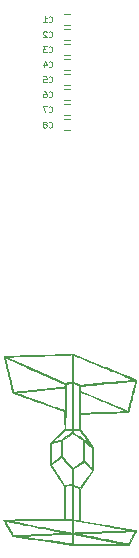
<source format=gbr>
G04 #@! TF.FileFunction,Legend,Bot*
%FSLAX46Y46*%
G04 Gerber Fmt 4.6, Leading zero omitted, Abs format (unit mm)*
G04 Created by KiCad (PCBNEW 4.0.7) date 03/16/20 13:41:23*
%MOMM*%
%LPD*%
G01*
G04 APERTURE LIST*
%ADD10C,0.100000*%
%ADD11C,0.120000*%
%ADD12C,0.010000*%
%ADD13C,0.125000*%
G04 APERTURE END LIST*
D10*
D11*
X124075000Y-67653000D02*
X123575000Y-67653000D01*
X123575000Y-66713000D02*
X124075000Y-66713000D01*
X124075000Y-68923000D02*
X123575000Y-68923000D01*
X123575000Y-67983000D02*
X124075000Y-67983000D01*
X124075000Y-70193000D02*
X123575000Y-70193000D01*
X123575000Y-69253000D02*
X124075000Y-69253000D01*
X124075000Y-71463000D02*
X123575000Y-71463000D01*
X123575000Y-70523000D02*
X124075000Y-70523000D01*
X124075000Y-72733000D02*
X123575000Y-72733000D01*
X123575000Y-71793000D02*
X124075000Y-71793000D01*
X124075000Y-74003000D02*
X123575000Y-74003000D01*
X123575000Y-73063000D02*
X124075000Y-73063000D01*
X124075000Y-75273000D02*
X123575000Y-75273000D01*
X123575000Y-74333000D02*
X124075000Y-74333000D01*
X124075000Y-76543000D02*
X123575000Y-76543000D01*
X123575000Y-75603000D02*
X124075000Y-75603000D01*
D12*
G36*
X118426938Y-109547927D02*
X118460870Y-109610437D01*
X118512869Y-109703850D01*
X118579209Y-109821653D01*
X118656165Y-109957335D01*
X118740011Y-110104384D01*
X118827021Y-110256290D01*
X118913470Y-110406540D01*
X118995630Y-110548623D01*
X119069778Y-110676028D01*
X119132186Y-110782242D01*
X119179129Y-110860755D01*
X119196326Y-110888687D01*
X119224621Y-110897387D01*
X119301652Y-110912526D01*
X119425796Y-110933859D01*
X119595428Y-110961141D01*
X119808927Y-110994127D01*
X120064669Y-111032572D01*
X120361032Y-111076229D01*
X120696392Y-111124855D01*
X121069127Y-111178203D01*
X121477613Y-111236029D01*
X121717047Y-111269668D01*
X124218700Y-111620262D01*
X129019300Y-111632636D01*
X129336800Y-111059263D01*
X129423011Y-110902869D01*
X129500908Y-110760213D01*
X129567116Y-110637584D01*
X129618260Y-110541271D01*
X129650967Y-110477563D01*
X129661798Y-110453551D01*
X129645784Y-110434009D01*
X129586812Y-110413106D01*
X129576570Y-110410844D01*
X129576570Y-110481867D01*
X129537330Y-110543083D01*
X129513258Y-110583689D01*
X129469195Y-110660938D01*
X129409579Y-110766933D01*
X129338850Y-110893776D01*
X129261444Y-111033571D01*
X129250341Y-111053703D01*
X129173449Y-111191688D01*
X129103285Y-111314804D01*
X129044031Y-111415933D01*
X128999871Y-111487956D01*
X128974989Y-111523755D01*
X128972845Y-111525829D01*
X128942632Y-111525041D01*
X128864492Y-111514278D01*
X128740239Y-111493876D01*
X128571690Y-111464172D01*
X128360659Y-111425502D01*
X128108961Y-111378203D01*
X127818412Y-111322612D01*
X127490826Y-111259065D01*
X127128019Y-111187898D01*
X126796800Y-111122362D01*
X126473492Y-111058155D01*
X126164093Y-110996694D01*
X125872281Y-110938711D01*
X125601735Y-110884938D01*
X125356135Y-110836106D01*
X125139159Y-110792947D01*
X124954487Y-110756194D01*
X124805798Y-110726578D01*
X124696772Y-110704830D01*
X124631087Y-110691683D01*
X124612400Y-110687889D01*
X124631491Y-110685766D01*
X124697840Y-110681975D01*
X124807933Y-110676659D01*
X124958260Y-110669962D01*
X125145310Y-110662028D01*
X125365572Y-110653001D01*
X125615533Y-110643026D01*
X125891683Y-110632244D01*
X126190510Y-110620801D01*
X126508504Y-110608841D01*
X126842153Y-110596507D01*
X126847600Y-110596307D01*
X127188746Y-110583727D01*
X127519472Y-110571374D01*
X127835689Y-110559412D01*
X128133312Y-110548002D01*
X128408253Y-110537306D01*
X128656425Y-110527484D01*
X128873743Y-110518698D01*
X129056119Y-110511111D01*
X129199467Y-110504883D01*
X129299700Y-110500176D01*
X129348735Y-110497438D01*
X129576570Y-110481867D01*
X129576570Y-110410844D01*
X129481826Y-110389917D01*
X129407798Y-110376608D01*
X129342551Y-110365499D01*
X129231487Y-110346614D01*
X129078872Y-110320677D01*
X128888972Y-110288413D01*
X128666054Y-110250547D01*
X128414383Y-110207803D01*
X128138226Y-110160905D01*
X127841850Y-110110579D01*
X127529520Y-110057549D01*
X127205503Y-110002540D01*
X127025400Y-109971965D01*
X124904500Y-109611926D01*
X124891360Y-106886144D01*
X125463080Y-106111314D01*
X126034800Y-105336483D01*
X126034800Y-103402534D01*
X125463300Y-102641399D01*
X124891800Y-101880265D01*
X124891800Y-100564266D01*
X125215650Y-100548056D01*
X125297131Y-100544312D01*
X125424161Y-100538918D01*
X125591524Y-100532079D01*
X125794004Y-100523999D01*
X126026383Y-100514881D01*
X126283445Y-100504931D01*
X126559973Y-100494351D01*
X126850751Y-100483347D01*
X127150561Y-100472122D01*
X127265765Y-100467841D01*
X127556904Y-100456961D01*
X127832794Y-100446486D01*
X128089294Y-100436584D01*
X128322263Y-100427422D01*
X128527562Y-100419167D01*
X128701049Y-100411989D01*
X128838584Y-100406054D01*
X128936027Y-100401529D01*
X128989237Y-100398584D01*
X128998198Y-100397667D01*
X129005246Y-100372679D01*
X129023032Y-100303811D01*
X129050207Y-100196524D01*
X129085422Y-100056281D01*
X129127328Y-99888543D01*
X129174575Y-99698770D01*
X129225814Y-99492425D01*
X129279695Y-99274969D01*
X129334870Y-99051862D01*
X129389989Y-98828568D01*
X129443702Y-98610546D01*
X129494660Y-98403258D01*
X129541514Y-98212167D01*
X129582915Y-98042732D01*
X129617513Y-97900415D01*
X129643959Y-97790678D01*
X129660904Y-97718983D01*
X129666998Y-97690790D01*
X129667000Y-97690715D01*
X129643979Y-97679239D01*
X129576871Y-97649750D01*
X129538301Y-97633262D01*
X129538301Y-97748725D01*
X129564981Y-97764635D01*
X129565859Y-97770649D01*
X129559979Y-97800898D01*
X129542928Y-97875637D01*
X129515866Y-97990079D01*
X129479952Y-98139434D01*
X129436346Y-98318912D01*
X129386208Y-98523724D01*
X129330698Y-98749080D01*
X129270975Y-98990193D01*
X129255204Y-99053650D01*
X129194468Y-99296832D01*
X129137132Y-99524417D01*
X129084399Y-99731768D01*
X129037472Y-99914249D01*
X128997554Y-100067224D01*
X128965846Y-100186057D01*
X128943553Y-100266111D01*
X128931876Y-100302751D01*
X128930686Y-100304600D01*
X128905857Y-100294822D01*
X128837748Y-100266456D01*
X128729758Y-100220949D01*
X128585288Y-100159747D01*
X128407738Y-100084300D01*
X128200509Y-99996055D01*
X127967002Y-99896459D01*
X127710617Y-99786961D01*
X127434754Y-99669008D01*
X127142814Y-99544048D01*
X126910891Y-99444687D01*
X124910812Y-98587480D01*
X124910812Y-98679000D01*
X124936556Y-98688770D01*
X125005485Y-98717091D01*
X125114101Y-98762481D01*
X125258906Y-98823456D01*
X125436402Y-98898534D01*
X125643092Y-98986230D01*
X125875478Y-99085063D01*
X126130063Y-99193549D01*
X126403347Y-99310205D01*
X126691835Y-99433547D01*
X126842757Y-99498150D01*
X128755689Y-100317300D01*
X128633494Y-100335395D01*
X128586320Y-100339523D01*
X128493240Y-100345075D01*
X128359122Y-100351845D01*
X128188834Y-100359623D01*
X127987244Y-100368203D01*
X127759221Y-100377377D01*
X127509631Y-100386937D01*
X127243344Y-100396675D01*
X126987300Y-100405630D01*
X126703814Y-100415430D01*
X126427721Y-100425167D01*
X126164572Y-100434632D01*
X125919920Y-100443618D01*
X125699316Y-100451916D01*
X125508314Y-100459317D01*
X125352465Y-100465614D01*
X125237322Y-100470598D01*
X125177550Y-100473538D01*
X124891800Y-100489305D01*
X124891800Y-99584152D01*
X124892313Y-99375422D01*
X124893774Y-99183677D01*
X124896063Y-99014613D01*
X124899059Y-98873928D01*
X124902645Y-98767317D01*
X124906699Y-98700477D01*
X124910812Y-98679000D01*
X124910812Y-98587480D01*
X124904500Y-98584774D01*
X124897112Y-98392299D01*
X124889724Y-98199823D01*
X124998712Y-98184878D01*
X125040290Y-98180239D01*
X125128503Y-98171223D01*
X125259411Y-98158210D01*
X125429073Y-98141582D01*
X125633546Y-98121719D01*
X125868891Y-98099002D01*
X126131167Y-98073813D01*
X126416431Y-98046531D01*
X126720743Y-98017538D01*
X127040162Y-97987215D01*
X127241300Y-97968175D01*
X127567624Y-97937259D01*
X127880970Y-97907462D01*
X128177426Y-97879163D01*
X128453086Y-97852738D01*
X128704041Y-97828566D01*
X128926382Y-97807026D01*
X129116200Y-97788495D01*
X129269588Y-97773353D01*
X129382637Y-97761976D01*
X129451438Y-97754743D01*
X129470150Y-97752507D01*
X129538301Y-97748725D01*
X129538301Y-97633262D01*
X129468607Y-97603468D01*
X129322120Y-97541614D01*
X129140340Y-97465406D01*
X128926199Y-97376065D01*
X128682628Y-97274810D01*
X128412560Y-97162861D01*
X128118926Y-97041438D01*
X127804657Y-96911760D01*
X127472686Y-96775047D01*
X127125943Y-96632519D01*
X126957065Y-96563197D01*
X124313950Y-95478698D01*
X124313950Y-95562157D01*
X124345416Y-95575008D01*
X124419467Y-95605342D01*
X124531693Y-95651350D01*
X124677686Y-95711222D01*
X124853036Y-95783149D01*
X125053333Y-95865322D01*
X125274169Y-95955931D01*
X125511134Y-96053166D01*
X125759819Y-96155219D01*
X126015814Y-96260281D01*
X126274711Y-96366541D01*
X126532099Y-96472190D01*
X126783570Y-96575420D01*
X127024715Y-96674421D01*
X127251123Y-96767383D01*
X127355385Y-96810197D01*
X127557948Y-96892938D01*
X127746820Y-96969238D01*
X127916613Y-97036983D01*
X128061935Y-97094060D01*
X128177396Y-97138353D01*
X128257606Y-97167750D01*
X128297174Y-97180137D01*
X128299418Y-97180400D01*
X128340831Y-97191453D01*
X128350433Y-97202019D01*
X128375395Y-97217293D01*
X128440892Y-97248499D01*
X128540286Y-97292722D01*
X128666935Y-97347048D01*
X128814202Y-97408561D01*
X128914518Y-97449669D01*
X129067544Y-97512960D01*
X129200510Y-97569968D01*
X129307623Y-97618039D01*
X129383092Y-97654521D01*
X129421126Y-97676760D01*
X129422518Y-97682413D01*
X129390653Y-97685783D01*
X129311914Y-97693625D01*
X129189998Y-97705582D01*
X129028600Y-97721297D01*
X128831417Y-97740412D01*
X128602145Y-97762571D01*
X128344480Y-97787416D01*
X128062118Y-97814590D01*
X127758755Y-97843735D01*
X127438087Y-97874494D01*
X127131381Y-97903872D01*
X124887862Y-98118617D01*
X124585031Y-97966813D01*
X124295361Y-97821606D01*
X124295361Y-97917000D01*
X124322011Y-97927726D01*
X124384258Y-97956822D01*
X124472401Y-97999658D01*
X124562061Y-98044231D01*
X124815600Y-98171463D01*
X124815600Y-101879400D01*
X124282200Y-101879400D01*
X124282200Y-101955600D01*
X124854390Y-101955600D01*
X125304895Y-102556988D01*
X125418616Y-102709065D01*
X125521796Y-102847560D01*
X125610676Y-102967386D01*
X125681496Y-103063456D01*
X125730497Y-103130682D01*
X125753920Y-103163977D01*
X125755400Y-103166621D01*
X125736954Y-103154683D01*
X125686435Y-103116196D01*
X125611072Y-103056800D01*
X125518090Y-102982136D01*
X125495050Y-102963459D01*
X125392621Y-102883254D01*
X125260100Y-102783862D01*
X125260100Y-102872031D01*
X125958600Y-103434857D01*
X125958600Y-105219277D01*
X125246680Y-104507357D01*
X125260100Y-102872031D01*
X125260100Y-102783862D01*
X125259092Y-102783105D01*
X125224067Y-102757552D01*
X125224067Y-104612644D01*
X125578633Y-104966531D01*
X125687302Y-105075639D01*
X125782466Y-105172425D01*
X125858680Y-105251248D01*
X125910497Y-105306466D01*
X125932470Y-105332436D01*
X125932855Y-105333459D01*
X125918205Y-105356189D01*
X125876695Y-105415020D01*
X125811736Y-105505257D01*
X125726739Y-105622206D01*
X125625115Y-105761170D01*
X125510275Y-105917456D01*
X125397434Y-106070400D01*
X125272734Y-106237812D01*
X125156680Y-106391142D01*
X125052873Y-106525820D01*
X124964911Y-106637281D01*
X124896395Y-106720957D01*
X124850925Y-106772281D01*
X124832629Y-106787025D01*
X124798602Y-106774055D01*
X124729080Y-106744451D01*
X124634711Y-106702830D01*
X124542550Y-106661284D01*
X124282200Y-106542817D01*
X124282200Y-105261389D01*
X124517150Y-105098932D01*
X124646738Y-105009460D01*
X124793961Y-104908017D01*
X124934535Y-104811327D01*
X124988083Y-104774560D01*
X125224067Y-104612644D01*
X125224067Y-102757552D01*
X125105677Y-102671177D01*
X124943589Y-102555635D01*
X124784043Y-102444643D01*
X124758450Y-102427135D01*
X124604054Y-102321309D01*
X124486898Y-102239389D01*
X124401925Y-102177146D01*
X124344078Y-102130352D01*
X124308299Y-102094776D01*
X124289530Y-102066192D01*
X124282715Y-102040369D01*
X124282200Y-102028909D01*
X124282200Y-101955600D01*
X124282200Y-101879400D01*
X124282200Y-99898200D01*
X124282364Y-99585921D01*
X124282840Y-99288781D01*
X124283603Y-99010632D01*
X124284626Y-98755322D01*
X124285885Y-98526703D01*
X124287353Y-98328624D01*
X124289005Y-98164937D01*
X124290816Y-98039491D01*
X124292759Y-97956137D01*
X124294810Y-97918726D01*
X124295361Y-97917000D01*
X124295361Y-97821606D01*
X124282200Y-97815008D01*
X124282200Y-96682186D01*
X124282471Y-96402983D01*
X124283354Y-96170952D01*
X124284952Y-95982465D01*
X124287367Y-95833898D01*
X124290702Y-95721622D01*
X124295060Y-95642013D01*
X124300544Y-95591444D01*
X124307256Y-95566288D01*
X124313950Y-95562157D01*
X124313950Y-95478698D01*
X124247130Y-95451280D01*
X124239419Y-95451555D01*
X124239419Y-102175184D01*
X124262868Y-102187816D01*
X124321954Y-102225233D01*
X124410506Y-102283365D01*
X124522352Y-102358143D01*
X124651322Y-102445494D01*
X124711195Y-102486378D01*
X125171200Y-102801257D01*
X125171023Y-103680178D01*
X125170846Y-104559100D01*
X124751723Y-104845723D01*
X124621774Y-104934108D01*
X124504838Y-105012732D01*
X124407849Y-105077006D01*
X124337741Y-105122341D01*
X124301449Y-105144148D01*
X124299293Y-105145128D01*
X124281780Y-105135305D01*
X124281780Y-106628342D01*
X124364540Y-106664207D01*
X124428517Y-106692297D01*
X124520150Y-106732966D01*
X124620779Y-106777931D01*
X124631450Y-106782718D01*
X124815600Y-106865363D01*
X124815600Y-109599729D01*
X124745750Y-109586400D01*
X124686277Y-109575719D01*
X124595564Y-109560167D01*
X124492518Y-109542980D01*
X124485400Y-109541811D01*
X124294900Y-109510551D01*
X124294900Y-109585530D01*
X126777400Y-110006015D01*
X127197892Y-110077376D01*
X127570364Y-110140900D01*
X127896927Y-110196975D01*
X128179690Y-110245990D01*
X128420765Y-110288333D01*
X128622262Y-110324391D01*
X128786290Y-110354553D01*
X128914961Y-110379207D01*
X129010383Y-110398741D01*
X129074668Y-110413543D01*
X129109926Y-110424001D01*
X129118267Y-110430503D01*
X129101801Y-110433439D01*
X129101500Y-110433452D01*
X129053070Y-110435424D01*
X128957758Y-110439160D01*
X128819447Y-110444512D01*
X128642020Y-110451332D01*
X128429360Y-110459472D01*
X128185349Y-110468784D01*
X127913869Y-110479120D01*
X127618804Y-110490331D01*
X127304036Y-110502269D01*
X126973448Y-110514786D01*
X126630922Y-110527734D01*
X126620540Y-110528126D01*
X126281758Y-110540828D01*
X125957650Y-110552798D01*
X125651787Y-110563915D01*
X125367737Y-110574056D01*
X125109070Y-110583101D01*
X124879355Y-110590928D01*
X124682162Y-110597416D01*
X124521060Y-110602443D01*
X124399620Y-110605888D01*
X124321409Y-110607629D01*
X124294900Y-110607559D01*
X124294900Y-110704691D01*
X126416724Y-111124395D01*
X128538549Y-111544100D01*
X126418987Y-111550595D01*
X126095490Y-111551478D01*
X125786816Y-111552110D01*
X125496708Y-111552494D01*
X125228911Y-111552637D01*
X124987169Y-111552543D01*
X124775225Y-111552217D01*
X124596826Y-111551663D01*
X124455713Y-111550886D01*
X124355633Y-111549892D01*
X124300329Y-111548685D01*
X124290182Y-111547848D01*
X124287495Y-111520647D01*
X124285960Y-111451298D01*
X124285623Y-111348440D01*
X124286529Y-111220714D01*
X124287919Y-111121648D01*
X124294900Y-110704691D01*
X124294900Y-110607559D01*
X124289998Y-110607545D01*
X124289553Y-110607419D01*
X124287313Y-110580636D01*
X124285977Y-110510841D01*
X124285570Y-110405817D01*
X124286114Y-110273344D01*
X124287632Y-110121205D01*
X124288012Y-110092261D01*
X124294900Y-109585530D01*
X124294900Y-109510551D01*
X124288340Y-108069447D01*
X124281780Y-106628342D01*
X124281780Y-105135305D01*
X124272854Y-105130297D01*
X124216771Y-105079796D01*
X124134138Y-104996800D01*
X124028048Y-104884483D01*
X123901596Y-104746021D01*
X123804192Y-104637015D01*
X123342400Y-104116121D01*
X123342400Y-102801769D01*
X123785024Y-102490319D01*
X123916402Y-102398082D01*
X124033384Y-102316346D01*
X124129738Y-102249431D01*
X124199234Y-102201659D01*
X124235644Y-102177350D01*
X124239419Y-102175184D01*
X124239419Y-95451555D01*
X124206000Y-95452749D01*
X124206000Y-95522520D01*
X124206000Y-97830334D01*
X124206000Y-97914698D01*
X124206000Y-101854000D01*
X123903316Y-101854000D01*
X123903316Y-101930200D01*
X124206000Y-101930200D01*
X124206000Y-102016465D01*
X124204277Y-102045932D01*
X124195677Y-102073284D01*
X124175048Y-102103118D01*
X124137240Y-102140035D01*
X124077104Y-102188634D01*
X123989488Y-102253514D01*
X123869243Y-102339274D01*
X123752213Y-102421705D01*
X123313360Y-102730181D01*
X123313360Y-104194978D01*
X124202810Y-105194100D01*
X124206000Y-106520070D01*
X124206000Y-106603800D01*
X124206000Y-109499400D01*
X124206000Y-109575600D01*
X124206000Y-110617000D01*
X124171323Y-110616412D01*
X124171323Y-110708400D01*
X124185879Y-110709162D01*
X124192704Y-110737520D01*
X124198537Y-110807809D01*
X124202952Y-110911165D01*
X124205521Y-111038723D01*
X124206000Y-111126799D01*
X124206000Y-111532000D01*
X124110750Y-111517442D01*
X124071599Y-111511812D01*
X123985968Y-111499752D01*
X123857699Y-111481796D01*
X123690632Y-111458479D01*
X123488607Y-111430334D01*
X123255466Y-111397897D01*
X122995048Y-111361701D01*
X122711195Y-111322282D01*
X122407747Y-111280173D01*
X122088546Y-111235909D01*
X121843800Y-111201991D01*
X121520452Y-111157019D01*
X121213661Y-111114018D01*
X120926857Y-111073486D01*
X120663473Y-111035924D01*
X120426940Y-111001834D01*
X120220688Y-110971714D01*
X120048150Y-110946067D01*
X119912755Y-110925392D01*
X119817937Y-110910190D01*
X119767126Y-110900961D01*
X119761000Y-110898190D01*
X119799477Y-110896599D01*
X119884812Y-110892844D01*
X120013116Y-110887103D01*
X120180501Y-110879550D01*
X120383077Y-110870365D01*
X120616957Y-110859722D01*
X120878253Y-110847800D01*
X121163074Y-110834775D01*
X121467534Y-110820824D01*
X121787743Y-110806124D01*
X122007829Y-110796005D01*
X122334423Y-110781133D01*
X122646463Y-110767223D01*
X122940219Y-110754423D01*
X123211962Y-110742882D01*
X123457963Y-110732749D01*
X123674493Y-110724172D01*
X123857823Y-110717300D01*
X124004225Y-110712281D01*
X124109968Y-110709265D01*
X124171323Y-110708400D01*
X124171323Y-110616412D01*
X124148850Y-110616030D01*
X124116594Y-110611119D01*
X124037814Y-110597077D01*
X123915837Y-110574542D01*
X123753989Y-110544149D01*
X123555598Y-110506536D01*
X123323992Y-110462339D01*
X123062499Y-110412194D01*
X122774444Y-110356738D01*
X122463156Y-110296608D01*
X122131963Y-110232440D01*
X121784191Y-110164870D01*
X121437400Y-110097312D01*
X118783100Y-109579563D01*
X121494550Y-109577581D01*
X124206000Y-109575600D01*
X124206000Y-109499400D01*
X123647200Y-109499400D01*
X123647200Y-106636729D01*
X123856750Y-106620416D01*
X123964330Y-106612676D01*
X124060360Y-106606880D01*
X124127216Y-106604067D01*
X124136150Y-106603952D01*
X124206000Y-106603800D01*
X124206000Y-106520070D01*
X123996450Y-106536383D01*
X123882986Y-106544205D01*
X123775366Y-106549914D01*
X123694328Y-106552436D01*
X123685300Y-106552472D01*
X123583700Y-106552250D01*
X123012200Y-105741327D01*
X122885699Y-105560913D01*
X122768913Y-105392581D01*
X122665007Y-105241029D01*
X122577148Y-105110956D01*
X122508502Y-105007060D01*
X122462237Y-104934038D01*
X122441519Y-104896588D01*
X122440700Y-104893442D01*
X122460139Y-104867818D01*
X122514512Y-104816982D01*
X122597903Y-104745922D01*
X122704396Y-104659623D01*
X122828073Y-104563072D01*
X122877030Y-104525728D01*
X123313360Y-104194978D01*
X123313360Y-102730181D01*
X123298426Y-102740679D01*
X123234450Y-102756770D01*
X123234450Y-102845212D01*
X123244648Y-102856235D01*
X123252572Y-102892824D01*
X123258450Y-102959595D01*
X123262510Y-103061166D01*
X123264979Y-103202155D01*
X123266086Y-103387180D01*
X123266200Y-103488977D01*
X123266200Y-104133355D01*
X122840750Y-104456653D01*
X122415300Y-104779952D01*
X122408607Y-103922685D01*
X122407341Y-103719154D01*
X122406798Y-103532233D01*
X122406948Y-103367878D01*
X122407760Y-103232044D01*
X122409202Y-103130687D01*
X122411244Y-103069762D01*
X122413124Y-103054208D01*
X122440483Y-103044340D01*
X122507088Y-103025166D01*
X122602796Y-102999267D01*
X122717466Y-102969222D01*
X122840953Y-102937615D01*
X122963114Y-102907025D01*
X123073808Y-102880033D01*
X123162890Y-102859221D01*
X123220219Y-102847170D01*
X123234450Y-102845212D01*
X123234450Y-102756770D01*
X122897616Y-102841492D01*
X122747808Y-102878488D01*
X122641870Y-102902766D01*
X122574708Y-102915133D01*
X122541226Y-102916396D01*
X122536328Y-102907362D01*
X122544952Y-102897371D01*
X122576496Y-102868687D01*
X122640327Y-102811241D01*
X122730816Y-102730078D01*
X122842331Y-102630243D01*
X122969244Y-102516781D01*
X123088400Y-102410377D01*
X123221658Y-102291019D01*
X123341997Y-102182422D01*
X123444319Y-102089252D01*
X123523530Y-102016173D01*
X123574534Y-101967849D01*
X123592166Y-101949258D01*
X123619354Y-101941855D01*
X123687117Y-101935794D01*
X123785234Y-101931700D01*
X123903316Y-101930200D01*
X123903316Y-101854000D01*
X123672278Y-101854000D01*
X123678789Y-99944266D01*
X123685300Y-98034533D01*
X123856331Y-97991372D01*
X123958793Y-97966370D01*
X124055092Y-97944297D01*
X124116681Y-97931454D01*
X124206000Y-97914698D01*
X124206000Y-97830334D01*
X123915381Y-97901214D01*
X123624762Y-97972095D01*
X121143949Y-96854780D01*
X118663135Y-95737465D01*
X118850117Y-95722673D01*
X118903158Y-95719623D01*
X119002974Y-95715053D01*
X119145572Y-95709111D01*
X119326953Y-95701946D01*
X119543123Y-95693706D01*
X119790085Y-95684541D01*
X120063843Y-95674597D01*
X120360401Y-95664025D01*
X120675763Y-95652971D01*
X121005933Y-95641586D01*
X121310400Y-95631247D01*
X121653910Y-95619604D01*
X121988674Y-95608138D01*
X122310415Y-95597001D01*
X122614857Y-95586347D01*
X122897722Y-95576328D01*
X123154733Y-95567100D01*
X123381615Y-95558814D01*
X123574090Y-95551625D01*
X123727882Y-95545685D01*
X123838713Y-95541148D01*
X123894850Y-95538566D01*
X124206000Y-95522520D01*
X124206000Y-95452749D01*
X121351261Y-95554710D01*
X120972174Y-95568334D01*
X120607397Y-95581607D01*
X120260126Y-95594405D01*
X119933559Y-95606602D01*
X119630891Y-95618074D01*
X119355321Y-95628696D01*
X119110043Y-95638342D01*
X118898256Y-95646889D01*
X118723156Y-95654211D01*
X118587939Y-95660183D01*
X118546549Y-95662203D01*
X118546549Y-95772508D01*
X118570303Y-95781944D01*
X118637238Y-95810920D01*
X118744248Y-95858048D01*
X118888228Y-95921937D01*
X119066072Y-96001198D01*
X119274672Y-96094442D01*
X119510923Y-96200278D01*
X119771719Y-96317318D01*
X120053953Y-96444172D01*
X120354520Y-96579451D01*
X120670313Y-96721764D01*
X120878600Y-96815725D01*
X121207332Y-96964077D01*
X121526122Y-97107942D01*
X121831517Y-97245759D01*
X122120064Y-97375972D01*
X122388310Y-97497023D01*
X122632804Y-97607352D01*
X122850092Y-97705403D01*
X123036722Y-97789618D01*
X123189241Y-97858438D01*
X123304196Y-97910305D01*
X123378136Y-97943661D01*
X123399550Y-97953318D01*
X123596400Y-98042070D01*
X123596400Y-98143078D01*
X123596400Y-98320287D01*
X123596400Y-100272912D01*
X123005850Y-100059866D01*
X122872015Y-100011596D01*
X122696864Y-99948445D01*
X122486874Y-99872745D01*
X122248520Y-99786832D01*
X121988280Y-99693039D01*
X121712630Y-99593702D01*
X121428049Y-99491154D01*
X121141012Y-99387729D01*
X120920396Y-99308244D01*
X120658637Y-99213716D01*
X120412134Y-99124264D01*
X120184860Y-99041359D01*
X119980785Y-98966468D01*
X119803879Y-98901062D01*
X119658114Y-98846611D01*
X119547462Y-98804584D01*
X119475892Y-98776449D01*
X119447377Y-98763678D01*
X119447196Y-98763094D01*
X119475318Y-98759487D01*
X119550069Y-98751067D01*
X119667547Y-98738248D01*
X119823851Y-98721443D01*
X120015079Y-98701068D01*
X120237329Y-98677535D01*
X120486700Y-98651260D01*
X120759291Y-98622655D01*
X121051199Y-98592136D01*
X121358523Y-98560116D01*
X121424700Y-98553235D01*
X121737366Y-98520691D01*
X122037356Y-98489377D01*
X122320536Y-98459730D01*
X122582774Y-98432187D01*
X122819938Y-98407185D01*
X123027894Y-98385160D01*
X123202512Y-98366549D01*
X123339657Y-98351790D01*
X123435198Y-98341318D01*
X123485003Y-98335570D01*
X123488450Y-98335119D01*
X123596400Y-98320287D01*
X123596400Y-98143078D01*
X123593675Y-98206612D01*
X123576134Y-98238216D01*
X123529719Y-98253014D01*
X123488450Y-98259237D01*
X123409751Y-98269299D01*
X123290201Y-98283249D01*
X123134308Y-98300635D01*
X122946579Y-98321004D01*
X122731524Y-98343903D01*
X122493650Y-98368880D01*
X122237465Y-98395482D01*
X121967478Y-98423257D01*
X121688198Y-98451752D01*
X121404131Y-98480513D01*
X121119787Y-98509090D01*
X120839674Y-98537028D01*
X120568300Y-98563876D01*
X120310173Y-98589180D01*
X120069802Y-98612489D01*
X119851695Y-98633349D01*
X119660359Y-98651308D01*
X119500304Y-98665913D01*
X119376038Y-98676712D01*
X119292068Y-98683252D01*
X119252903Y-98685081D01*
X119250597Y-98684711D01*
X119241936Y-98657599D01*
X119222915Y-98586652D01*
X119194807Y-98477134D01*
X119158886Y-98334309D01*
X119116422Y-98163440D01*
X119068690Y-97969791D01*
X119016960Y-97758626D01*
X118962507Y-97535209D01*
X118906602Y-97304802D01*
X118850519Y-97072671D01*
X118795529Y-96844078D01*
X118742905Y-96624288D01*
X118693920Y-96418564D01*
X118649846Y-96232169D01*
X118611956Y-96070368D01*
X118581522Y-95938425D01*
X118559817Y-95841602D01*
X118548113Y-95785164D01*
X118546549Y-95772508D01*
X118546549Y-95662203D01*
X118495803Y-95664680D01*
X118449943Y-95667577D01*
X118445265Y-95668267D01*
X118448914Y-95694339D01*
X118463582Y-95764586D01*
X118488028Y-95873888D01*
X118521007Y-96017124D01*
X118561275Y-96189172D01*
X118607591Y-96384911D01*
X118658709Y-96599219D01*
X118713386Y-96826976D01*
X118770380Y-97063059D01*
X118828446Y-97302348D01*
X118886342Y-97539721D01*
X118942823Y-97770057D01*
X118996646Y-97988234D01*
X119046567Y-98189132D01*
X119091344Y-98367628D01*
X119129733Y-98518602D01*
X119160490Y-98636933D01*
X119182372Y-98717498D01*
X119194135Y-98755176D01*
X119195272Y-98757231D01*
X119221531Y-98768350D01*
X119292213Y-98795399D01*
X119403929Y-98837141D01*
X119553291Y-98892338D01*
X119736910Y-98959751D01*
X119951399Y-99038143D01*
X120193368Y-99126274D01*
X120459430Y-99222908D01*
X120746196Y-99326805D01*
X121050279Y-99436729D01*
X121368289Y-99551440D01*
X121399300Y-99562613D01*
X123583700Y-100349567D01*
X123588293Y-101108133D01*
X123592887Y-101866700D01*
X122330061Y-102984300D01*
X122328230Y-103942324D01*
X122326400Y-104900348D01*
X122913556Y-105733024D01*
X123043016Y-105916380D01*
X123164329Y-106087744D01*
X123274159Y-106242437D01*
X123369169Y-106375778D01*
X123446022Y-106483087D01*
X123501380Y-106559684D01*
X123531907Y-106600888D01*
X123535856Y-106605800D01*
X123543580Y-106622036D01*
X123550131Y-106654177D01*
X123555599Y-106705919D01*
X123560071Y-106780955D01*
X123563637Y-106882980D01*
X123566385Y-107015690D01*
X123568403Y-107182779D01*
X123569780Y-107387942D01*
X123570605Y-107634873D01*
X123570965Y-107927268D01*
X123570999Y-108072650D01*
X123571000Y-109499400D01*
X120992900Y-109499400D01*
X120581100Y-109499627D01*
X120198204Y-109500296D01*
X119846405Y-109501387D01*
X119527898Y-109502880D01*
X119244877Y-109504755D01*
X118999535Y-109506992D01*
X118794067Y-109509571D01*
X118630666Y-109512472D01*
X118574075Y-109513993D01*
X118574075Y-109636457D01*
X118600244Y-109639429D01*
X118672980Y-109651505D01*
X118788990Y-109672067D01*
X118944982Y-109700497D01*
X119137662Y-109736176D01*
X119363738Y-109778485D01*
X119619915Y-109826807D01*
X119902902Y-109880522D01*
X120209404Y-109939011D01*
X120536129Y-110001658D01*
X120879783Y-110067842D01*
X121181822Y-110126240D01*
X121536511Y-110195034D01*
X121876504Y-110261162D01*
X122198564Y-110323984D01*
X122499449Y-110382859D01*
X122775922Y-110437148D01*
X123024742Y-110486210D01*
X123242670Y-110529406D01*
X123426467Y-110566095D01*
X123572893Y-110595637D01*
X123678709Y-110617392D01*
X123740675Y-110630720D01*
X123756420Y-110634956D01*
X123728425Y-110637029D01*
X123653577Y-110641161D01*
X123535773Y-110647167D01*
X123378912Y-110654863D01*
X123186890Y-110664064D01*
X122963605Y-110674584D01*
X122712955Y-110686241D01*
X122438837Y-110698847D01*
X122145149Y-110712221D01*
X121835788Y-110726175D01*
X121754900Y-110729802D01*
X121434473Y-110744208D01*
X121123049Y-110758309D01*
X120825211Y-110771893D01*
X120545542Y-110784745D01*
X120288626Y-110796653D01*
X120059047Y-110807403D01*
X119861388Y-110816781D01*
X119700233Y-110824573D01*
X119580164Y-110830567D01*
X119505767Y-110834548D01*
X119500650Y-110834849D01*
X119373444Y-110840274D01*
X119282847Y-110839500D01*
X119234353Y-110832690D01*
X119227600Y-110826787D01*
X119215361Y-110799076D01*
X119180884Y-110733541D01*
X119127526Y-110636241D01*
X119058646Y-110513233D01*
X118977603Y-110370573D01*
X118894423Y-110225855D01*
X118805798Y-110071207D01*
X118727012Y-109931261D01*
X118661268Y-109811907D01*
X118611769Y-109719039D01*
X118581716Y-109658549D01*
X118574075Y-109636457D01*
X118574075Y-109513993D01*
X118511527Y-109515675D01*
X118438844Y-109519161D01*
X118414800Y-109522831D01*
X118426938Y-109547927D01*
X118426938Y-109547927D01*
G37*
X118426938Y-109547927D02*
X118460870Y-109610437D01*
X118512869Y-109703850D01*
X118579209Y-109821653D01*
X118656165Y-109957335D01*
X118740011Y-110104384D01*
X118827021Y-110256290D01*
X118913470Y-110406540D01*
X118995630Y-110548623D01*
X119069778Y-110676028D01*
X119132186Y-110782242D01*
X119179129Y-110860755D01*
X119196326Y-110888687D01*
X119224621Y-110897387D01*
X119301652Y-110912526D01*
X119425796Y-110933859D01*
X119595428Y-110961141D01*
X119808927Y-110994127D01*
X120064669Y-111032572D01*
X120361032Y-111076229D01*
X120696392Y-111124855D01*
X121069127Y-111178203D01*
X121477613Y-111236029D01*
X121717047Y-111269668D01*
X124218700Y-111620262D01*
X129019300Y-111632636D01*
X129336800Y-111059263D01*
X129423011Y-110902869D01*
X129500908Y-110760213D01*
X129567116Y-110637584D01*
X129618260Y-110541271D01*
X129650967Y-110477563D01*
X129661798Y-110453551D01*
X129645784Y-110434009D01*
X129586812Y-110413106D01*
X129576570Y-110410844D01*
X129576570Y-110481867D01*
X129537330Y-110543083D01*
X129513258Y-110583689D01*
X129469195Y-110660938D01*
X129409579Y-110766933D01*
X129338850Y-110893776D01*
X129261444Y-111033571D01*
X129250341Y-111053703D01*
X129173449Y-111191688D01*
X129103285Y-111314804D01*
X129044031Y-111415933D01*
X128999871Y-111487956D01*
X128974989Y-111523755D01*
X128972845Y-111525829D01*
X128942632Y-111525041D01*
X128864492Y-111514278D01*
X128740239Y-111493876D01*
X128571690Y-111464172D01*
X128360659Y-111425502D01*
X128108961Y-111378203D01*
X127818412Y-111322612D01*
X127490826Y-111259065D01*
X127128019Y-111187898D01*
X126796800Y-111122362D01*
X126473492Y-111058155D01*
X126164093Y-110996694D01*
X125872281Y-110938711D01*
X125601735Y-110884938D01*
X125356135Y-110836106D01*
X125139159Y-110792947D01*
X124954487Y-110756194D01*
X124805798Y-110726578D01*
X124696772Y-110704830D01*
X124631087Y-110691683D01*
X124612400Y-110687889D01*
X124631491Y-110685766D01*
X124697840Y-110681975D01*
X124807933Y-110676659D01*
X124958260Y-110669962D01*
X125145310Y-110662028D01*
X125365572Y-110653001D01*
X125615533Y-110643026D01*
X125891683Y-110632244D01*
X126190510Y-110620801D01*
X126508504Y-110608841D01*
X126842153Y-110596507D01*
X126847600Y-110596307D01*
X127188746Y-110583727D01*
X127519472Y-110571374D01*
X127835689Y-110559412D01*
X128133312Y-110548002D01*
X128408253Y-110537306D01*
X128656425Y-110527484D01*
X128873743Y-110518698D01*
X129056119Y-110511111D01*
X129199467Y-110504883D01*
X129299700Y-110500176D01*
X129348735Y-110497438D01*
X129576570Y-110481867D01*
X129576570Y-110410844D01*
X129481826Y-110389917D01*
X129407798Y-110376608D01*
X129342551Y-110365499D01*
X129231487Y-110346614D01*
X129078872Y-110320677D01*
X128888972Y-110288413D01*
X128666054Y-110250547D01*
X128414383Y-110207803D01*
X128138226Y-110160905D01*
X127841850Y-110110579D01*
X127529520Y-110057549D01*
X127205503Y-110002540D01*
X127025400Y-109971965D01*
X124904500Y-109611926D01*
X124891360Y-106886144D01*
X125463080Y-106111314D01*
X126034800Y-105336483D01*
X126034800Y-103402534D01*
X125463300Y-102641399D01*
X124891800Y-101880265D01*
X124891800Y-100564266D01*
X125215650Y-100548056D01*
X125297131Y-100544312D01*
X125424161Y-100538918D01*
X125591524Y-100532079D01*
X125794004Y-100523999D01*
X126026383Y-100514881D01*
X126283445Y-100504931D01*
X126559973Y-100494351D01*
X126850751Y-100483347D01*
X127150561Y-100472122D01*
X127265765Y-100467841D01*
X127556904Y-100456961D01*
X127832794Y-100446486D01*
X128089294Y-100436584D01*
X128322263Y-100427422D01*
X128527562Y-100419167D01*
X128701049Y-100411989D01*
X128838584Y-100406054D01*
X128936027Y-100401529D01*
X128989237Y-100398584D01*
X128998198Y-100397667D01*
X129005246Y-100372679D01*
X129023032Y-100303811D01*
X129050207Y-100196524D01*
X129085422Y-100056281D01*
X129127328Y-99888543D01*
X129174575Y-99698770D01*
X129225814Y-99492425D01*
X129279695Y-99274969D01*
X129334870Y-99051862D01*
X129389989Y-98828568D01*
X129443702Y-98610546D01*
X129494660Y-98403258D01*
X129541514Y-98212167D01*
X129582915Y-98042732D01*
X129617513Y-97900415D01*
X129643959Y-97790678D01*
X129660904Y-97718983D01*
X129666998Y-97690790D01*
X129667000Y-97690715D01*
X129643979Y-97679239D01*
X129576871Y-97649750D01*
X129538301Y-97633262D01*
X129538301Y-97748725D01*
X129564981Y-97764635D01*
X129565859Y-97770649D01*
X129559979Y-97800898D01*
X129542928Y-97875637D01*
X129515866Y-97990079D01*
X129479952Y-98139434D01*
X129436346Y-98318912D01*
X129386208Y-98523724D01*
X129330698Y-98749080D01*
X129270975Y-98990193D01*
X129255204Y-99053650D01*
X129194468Y-99296832D01*
X129137132Y-99524417D01*
X129084399Y-99731768D01*
X129037472Y-99914249D01*
X128997554Y-100067224D01*
X128965846Y-100186057D01*
X128943553Y-100266111D01*
X128931876Y-100302751D01*
X128930686Y-100304600D01*
X128905857Y-100294822D01*
X128837748Y-100266456D01*
X128729758Y-100220949D01*
X128585288Y-100159747D01*
X128407738Y-100084300D01*
X128200509Y-99996055D01*
X127967002Y-99896459D01*
X127710617Y-99786961D01*
X127434754Y-99669008D01*
X127142814Y-99544048D01*
X126910891Y-99444687D01*
X124910812Y-98587480D01*
X124910812Y-98679000D01*
X124936556Y-98688770D01*
X125005485Y-98717091D01*
X125114101Y-98762481D01*
X125258906Y-98823456D01*
X125436402Y-98898534D01*
X125643092Y-98986230D01*
X125875478Y-99085063D01*
X126130063Y-99193549D01*
X126403347Y-99310205D01*
X126691835Y-99433547D01*
X126842757Y-99498150D01*
X128755689Y-100317300D01*
X128633494Y-100335395D01*
X128586320Y-100339523D01*
X128493240Y-100345075D01*
X128359122Y-100351845D01*
X128188834Y-100359623D01*
X127987244Y-100368203D01*
X127759221Y-100377377D01*
X127509631Y-100386937D01*
X127243344Y-100396675D01*
X126987300Y-100405630D01*
X126703814Y-100415430D01*
X126427721Y-100425167D01*
X126164572Y-100434632D01*
X125919920Y-100443618D01*
X125699316Y-100451916D01*
X125508314Y-100459317D01*
X125352465Y-100465614D01*
X125237322Y-100470598D01*
X125177550Y-100473538D01*
X124891800Y-100489305D01*
X124891800Y-99584152D01*
X124892313Y-99375422D01*
X124893774Y-99183677D01*
X124896063Y-99014613D01*
X124899059Y-98873928D01*
X124902645Y-98767317D01*
X124906699Y-98700477D01*
X124910812Y-98679000D01*
X124910812Y-98587480D01*
X124904500Y-98584774D01*
X124897112Y-98392299D01*
X124889724Y-98199823D01*
X124998712Y-98184878D01*
X125040290Y-98180239D01*
X125128503Y-98171223D01*
X125259411Y-98158210D01*
X125429073Y-98141582D01*
X125633546Y-98121719D01*
X125868891Y-98099002D01*
X126131167Y-98073813D01*
X126416431Y-98046531D01*
X126720743Y-98017538D01*
X127040162Y-97987215D01*
X127241300Y-97968175D01*
X127567624Y-97937259D01*
X127880970Y-97907462D01*
X128177426Y-97879163D01*
X128453086Y-97852738D01*
X128704041Y-97828566D01*
X128926382Y-97807026D01*
X129116200Y-97788495D01*
X129269588Y-97773353D01*
X129382637Y-97761976D01*
X129451438Y-97754743D01*
X129470150Y-97752507D01*
X129538301Y-97748725D01*
X129538301Y-97633262D01*
X129468607Y-97603468D01*
X129322120Y-97541614D01*
X129140340Y-97465406D01*
X128926199Y-97376065D01*
X128682628Y-97274810D01*
X128412560Y-97162861D01*
X128118926Y-97041438D01*
X127804657Y-96911760D01*
X127472686Y-96775047D01*
X127125943Y-96632519D01*
X126957065Y-96563197D01*
X124313950Y-95478698D01*
X124313950Y-95562157D01*
X124345416Y-95575008D01*
X124419467Y-95605342D01*
X124531693Y-95651350D01*
X124677686Y-95711222D01*
X124853036Y-95783149D01*
X125053333Y-95865322D01*
X125274169Y-95955931D01*
X125511134Y-96053166D01*
X125759819Y-96155219D01*
X126015814Y-96260281D01*
X126274711Y-96366541D01*
X126532099Y-96472190D01*
X126783570Y-96575420D01*
X127024715Y-96674421D01*
X127251123Y-96767383D01*
X127355385Y-96810197D01*
X127557948Y-96892938D01*
X127746820Y-96969238D01*
X127916613Y-97036983D01*
X128061935Y-97094060D01*
X128177396Y-97138353D01*
X128257606Y-97167750D01*
X128297174Y-97180137D01*
X128299418Y-97180400D01*
X128340831Y-97191453D01*
X128350433Y-97202019D01*
X128375395Y-97217293D01*
X128440892Y-97248499D01*
X128540286Y-97292722D01*
X128666935Y-97347048D01*
X128814202Y-97408561D01*
X128914518Y-97449669D01*
X129067544Y-97512960D01*
X129200510Y-97569968D01*
X129307623Y-97618039D01*
X129383092Y-97654521D01*
X129421126Y-97676760D01*
X129422518Y-97682413D01*
X129390653Y-97685783D01*
X129311914Y-97693625D01*
X129189998Y-97705582D01*
X129028600Y-97721297D01*
X128831417Y-97740412D01*
X128602145Y-97762571D01*
X128344480Y-97787416D01*
X128062118Y-97814590D01*
X127758755Y-97843735D01*
X127438087Y-97874494D01*
X127131381Y-97903872D01*
X124887862Y-98118617D01*
X124585031Y-97966813D01*
X124295361Y-97821606D01*
X124295361Y-97917000D01*
X124322011Y-97927726D01*
X124384258Y-97956822D01*
X124472401Y-97999658D01*
X124562061Y-98044231D01*
X124815600Y-98171463D01*
X124815600Y-101879400D01*
X124282200Y-101879400D01*
X124282200Y-101955600D01*
X124854390Y-101955600D01*
X125304895Y-102556988D01*
X125418616Y-102709065D01*
X125521796Y-102847560D01*
X125610676Y-102967386D01*
X125681496Y-103063456D01*
X125730497Y-103130682D01*
X125753920Y-103163977D01*
X125755400Y-103166621D01*
X125736954Y-103154683D01*
X125686435Y-103116196D01*
X125611072Y-103056800D01*
X125518090Y-102982136D01*
X125495050Y-102963459D01*
X125392621Y-102883254D01*
X125260100Y-102783862D01*
X125260100Y-102872031D01*
X125958600Y-103434857D01*
X125958600Y-105219277D01*
X125246680Y-104507357D01*
X125260100Y-102872031D01*
X125260100Y-102783862D01*
X125259092Y-102783105D01*
X125224067Y-102757552D01*
X125224067Y-104612644D01*
X125578633Y-104966531D01*
X125687302Y-105075639D01*
X125782466Y-105172425D01*
X125858680Y-105251248D01*
X125910497Y-105306466D01*
X125932470Y-105332436D01*
X125932855Y-105333459D01*
X125918205Y-105356189D01*
X125876695Y-105415020D01*
X125811736Y-105505257D01*
X125726739Y-105622206D01*
X125625115Y-105761170D01*
X125510275Y-105917456D01*
X125397434Y-106070400D01*
X125272734Y-106237812D01*
X125156680Y-106391142D01*
X125052873Y-106525820D01*
X124964911Y-106637281D01*
X124896395Y-106720957D01*
X124850925Y-106772281D01*
X124832629Y-106787025D01*
X124798602Y-106774055D01*
X124729080Y-106744451D01*
X124634711Y-106702830D01*
X124542550Y-106661284D01*
X124282200Y-106542817D01*
X124282200Y-105261389D01*
X124517150Y-105098932D01*
X124646738Y-105009460D01*
X124793961Y-104908017D01*
X124934535Y-104811327D01*
X124988083Y-104774560D01*
X125224067Y-104612644D01*
X125224067Y-102757552D01*
X125105677Y-102671177D01*
X124943589Y-102555635D01*
X124784043Y-102444643D01*
X124758450Y-102427135D01*
X124604054Y-102321309D01*
X124486898Y-102239389D01*
X124401925Y-102177146D01*
X124344078Y-102130352D01*
X124308299Y-102094776D01*
X124289530Y-102066192D01*
X124282715Y-102040369D01*
X124282200Y-102028909D01*
X124282200Y-101955600D01*
X124282200Y-101879400D01*
X124282200Y-99898200D01*
X124282364Y-99585921D01*
X124282840Y-99288781D01*
X124283603Y-99010632D01*
X124284626Y-98755322D01*
X124285885Y-98526703D01*
X124287353Y-98328624D01*
X124289005Y-98164937D01*
X124290816Y-98039491D01*
X124292759Y-97956137D01*
X124294810Y-97918726D01*
X124295361Y-97917000D01*
X124295361Y-97821606D01*
X124282200Y-97815008D01*
X124282200Y-96682186D01*
X124282471Y-96402983D01*
X124283354Y-96170952D01*
X124284952Y-95982465D01*
X124287367Y-95833898D01*
X124290702Y-95721622D01*
X124295060Y-95642013D01*
X124300544Y-95591444D01*
X124307256Y-95566288D01*
X124313950Y-95562157D01*
X124313950Y-95478698D01*
X124247130Y-95451280D01*
X124239419Y-95451555D01*
X124239419Y-102175184D01*
X124262868Y-102187816D01*
X124321954Y-102225233D01*
X124410506Y-102283365D01*
X124522352Y-102358143D01*
X124651322Y-102445494D01*
X124711195Y-102486378D01*
X125171200Y-102801257D01*
X125171023Y-103680178D01*
X125170846Y-104559100D01*
X124751723Y-104845723D01*
X124621774Y-104934108D01*
X124504838Y-105012732D01*
X124407849Y-105077006D01*
X124337741Y-105122341D01*
X124301449Y-105144148D01*
X124299293Y-105145128D01*
X124281780Y-105135305D01*
X124281780Y-106628342D01*
X124364540Y-106664207D01*
X124428517Y-106692297D01*
X124520150Y-106732966D01*
X124620779Y-106777931D01*
X124631450Y-106782718D01*
X124815600Y-106865363D01*
X124815600Y-109599729D01*
X124745750Y-109586400D01*
X124686277Y-109575719D01*
X124595564Y-109560167D01*
X124492518Y-109542980D01*
X124485400Y-109541811D01*
X124294900Y-109510551D01*
X124294900Y-109585530D01*
X126777400Y-110006015D01*
X127197892Y-110077376D01*
X127570364Y-110140900D01*
X127896927Y-110196975D01*
X128179690Y-110245990D01*
X128420765Y-110288333D01*
X128622262Y-110324391D01*
X128786290Y-110354553D01*
X128914961Y-110379207D01*
X129010383Y-110398741D01*
X129074668Y-110413543D01*
X129109926Y-110424001D01*
X129118267Y-110430503D01*
X129101801Y-110433439D01*
X129101500Y-110433452D01*
X129053070Y-110435424D01*
X128957758Y-110439160D01*
X128819447Y-110444512D01*
X128642020Y-110451332D01*
X128429360Y-110459472D01*
X128185349Y-110468784D01*
X127913869Y-110479120D01*
X127618804Y-110490331D01*
X127304036Y-110502269D01*
X126973448Y-110514786D01*
X126630922Y-110527734D01*
X126620540Y-110528126D01*
X126281758Y-110540828D01*
X125957650Y-110552798D01*
X125651787Y-110563915D01*
X125367737Y-110574056D01*
X125109070Y-110583101D01*
X124879355Y-110590928D01*
X124682162Y-110597416D01*
X124521060Y-110602443D01*
X124399620Y-110605888D01*
X124321409Y-110607629D01*
X124294900Y-110607559D01*
X124294900Y-110704691D01*
X126416724Y-111124395D01*
X128538549Y-111544100D01*
X126418987Y-111550595D01*
X126095490Y-111551478D01*
X125786816Y-111552110D01*
X125496708Y-111552494D01*
X125228911Y-111552637D01*
X124987169Y-111552543D01*
X124775225Y-111552217D01*
X124596826Y-111551663D01*
X124455713Y-111550886D01*
X124355633Y-111549892D01*
X124300329Y-111548685D01*
X124290182Y-111547848D01*
X124287495Y-111520647D01*
X124285960Y-111451298D01*
X124285623Y-111348440D01*
X124286529Y-111220714D01*
X124287919Y-111121648D01*
X124294900Y-110704691D01*
X124294900Y-110607559D01*
X124289998Y-110607545D01*
X124289553Y-110607419D01*
X124287313Y-110580636D01*
X124285977Y-110510841D01*
X124285570Y-110405817D01*
X124286114Y-110273344D01*
X124287632Y-110121205D01*
X124288012Y-110092261D01*
X124294900Y-109585530D01*
X124294900Y-109510551D01*
X124288340Y-108069447D01*
X124281780Y-106628342D01*
X124281780Y-105135305D01*
X124272854Y-105130297D01*
X124216771Y-105079796D01*
X124134138Y-104996800D01*
X124028048Y-104884483D01*
X123901596Y-104746021D01*
X123804192Y-104637015D01*
X123342400Y-104116121D01*
X123342400Y-102801769D01*
X123785024Y-102490319D01*
X123916402Y-102398082D01*
X124033384Y-102316346D01*
X124129738Y-102249431D01*
X124199234Y-102201659D01*
X124235644Y-102177350D01*
X124239419Y-102175184D01*
X124239419Y-95451555D01*
X124206000Y-95452749D01*
X124206000Y-95522520D01*
X124206000Y-97830334D01*
X124206000Y-97914698D01*
X124206000Y-101854000D01*
X123903316Y-101854000D01*
X123903316Y-101930200D01*
X124206000Y-101930200D01*
X124206000Y-102016465D01*
X124204277Y-102045932D01*
X124195677Y-102073284D01*
X124175048Y-102103118D01*
X124137240Y-102140035D01*
X124077104Y-102188634D01*
X123989488Y-102253514D01*
X123869243Y-102339274D01*
X123752213Y-102421705D01*
X123313360Y-102730181D01*
X123313360Y-104194978D01*
X124202810Y-105194100D01*
X124206000Y-106520070D01*
X124206000Y-106603800D01*
X124206000Y-109499400D01*
X124206000Y-109575600D01*
X124206000Y-110617000D01*
X124171323Y-110616412D01*
X124171323Y-110708400D01*
X124185879Y-110709162D01*
X124192704Y-110737520D01*
X124198537Y-110807809D01*
X124202952Y-110911165D01*
X124205521Y-111038723D01*
X124206000Y-111126799D01*
X124206000Y-111532000D01*
X124110750Y-111517442D01*
X124071599Y-111511812D01*
X123985968Y-111499752D01*
X123857699Y-111481796D01*
X123690632Y-111458479D01*
X123488607Y-111430334D01*
X123255466Y-111397897D01*
X122995048Y-111361701D01*
X122711195Y-111322282D01*
X122407747Y-111280173D01*
X122088546Y-111235909D01*
X121843800Y-111201991D01*
X121520452Y-111157019D01*
X121213661Y-111114018D01*
X120926857Y-111073486D01*
X120663473Y-111035924D01*
X120426940Y-111001834D01*
X120220688Y-110971714D01*
X120048150Y-110946067D01*
X119912755Y-110925392D01*
X119817937Y-110910190D01*
X119767126Y-110900961D01*
X119761000Y-110898190D01*
X119799477Y-110896599D01*
X119884812Y-110892844D01*
X120013116Y-110887103D01*
X120180501Y-110879550D01*
X120383077Y-110870365D01*
X120616957Y-110859722D01*
X120878253Y-110847800D01*
X121163074Y-110834775D01*
X121467534Y-110820824D01*
X121787743Y-110806124D01*
X122007829Y-110796005D01*
X122334423Y-110781133D01*
X122646463Y-110767223D01*
X122940219Y-110754423D01*
X123211962Y-110742882D01*
X123457963Y-110732749D01*
X123674493Y-110724172D01*
X123857823Y-110717300D01*
X124004225Y-110712281D01*
X124109968Y-110709265D01*
X124171323Y-110708400D01*
X124171323Y-110616412D01*
X124148850Y-110616030D01*
X124116594Y-110611119D01*
X124037814Y-110597077D01*
X123915837Y-110574542D01*
X123753989Y-110544149D01*
X123555598Y-110506536D01*
X123323992Y-110462339D01*
X123062499Y-110412194D01*
X122774444Y-110356738D01*
X122463156Y-110296608D01*
X122131963Y-110232440D01*
X121784191Y-110164870D01*
X121437400Y-110097312D01*
X118783100Y-109579563D01*
X121494550Y-109577581D01*
X124206000Y-109575600D01*
X124206000Y-109499400D01*
X123647200Y-109499400D01*
X123647200Y-106636729D01*
X123856750Y-106620416D01*
X123964330Y-106612676D01*
X124060360Y-106606880D01*
X124127216Y-106604067D01*
X124136150Y-106603952D01*
X124206000Y-106603800D01*
X124206000Y-106520070D01*
X123996450Y-106536383D01*
X123882986Y-106544205D01*
X123775366Y-106549914D01*
X123694328Y-106552436D01*
X123685300Y-106552472D01*
X123583700Y-106552250D01*
X123012200Y-105741327D01*
X122885699Y-105560913D01*
X122768913Y-105392581D01*
X122665007Y-105241029D01*
X122577148Y-105110956D01*
X122508502Y-105007060D01*
X122462237Y-104934038D01*
X122441519Y-104896588D01*
X122440700Y-104893442D01*
X122460139Y-104867818D01*
X122514512Y-104816982D01*
X122597903Y-104745922D01*
X122704396Y-104659623D01*
X122828073Y-104563072D01*
X122877030Y-104525728D01*
X123313360Y-104194978D01*
X123313360Y-102730181D01*
X123298426Y-102740679D01*
X123234450Y-102756770D01*
X123234450Y-102845212D01*
X123244648Y-102856235D01*
X123252572Y-102892824D01*
X123258450Y-102959595D01*
X123262510Y-103061166D01*
X123264979Y-103202155D01*
X123266086Y-103387180D01*
X123266200Y-103488977D01*
X123266200Y-104133355D01*
X122840750Y-104456653D01*
X122415300Y-104779952D01*
X122408607Y-103922685D01*
X122407341Y-103719154D01*
X122406798Y-103532233D01*
X122406948Y-103367878D01*
X122407760Y-103232044D01*
X122409202Y-103130687D01*
X122411244Y-103069762D01*
X122413124Y-103054208D01*
X122440483Y-103044340D01*
X122507088Y-103025166D01*
X122602796Y-102999267D01*
X122717466Y-102969222D01*
X122840953Y-102937615D01*
X122963114Y-102907025D01*
X123073808Y-102880033D01*
X123162890Y-102859221D01*
X123220219Y-102847170D01*
X123234450Y-102845212D01*
X123234450Y-102756770D01*
X122897616Y-102841492D01*
X122747808Y-102878488D01*
X122641870Y-102902766D01*
X122574708Y-102915133D01*
X122541226Y-102916396D01*
X122536328Y-102907362D01*
X122544952Y-102897371D01*
X122576496Y-102868687D01*
X122640327Y-102811241D01*
X122730816Y-102730078D01*
X122842331Y-102630243D01*
X122969244Y-102516781D01*
X123088400Y-102410377D01*
X123221658Y-102291019D01*
X123341997Y-102182422D01*
X123444319Y-102089252D01*
X123523530Y-102016173D01*
X123574534Y-101967849D01*
X123592166Y-101949258D01*
X123619354Y-101941855D01*
X123687117Y-101935794D01*
X123785234Y-101931700D01*
X123903316Y-101930200D01*
X123903316Y-101854000D01*
X123672278Y-101854000D01*
X123678789Y-99944266D01*
X123685300Y-98034533D01*
X123856331Y-97991372D01*
X123958793Y-97966370D01*
X124055092Y-97944297D01*
X124116681Y-97931454D01*
X124206000Y-97914698D01*
X124206000Y-97830334D01*
X123915381Y-97901214D01*
X123624762Y-97972095D01*
X121143949Y-96854780D01*
X118663135Y-95737465D01*
X118850117Y-95722673D01*
X118903158Y-95719623D01*
X119002974Y-95715053D01*
X119145572Y-95709111D01*
X119326953Y-95701946D01*
X119543123Y-95693706D01*
X119790085Y-95684541D01*
X120063843Y-95674597D01*
X120360401Y-95664025D01*
X120675763Y-95652971D01*
X121005933Y-95641586D01*
X121310400Y-95631247D01*
X121653910Y-95619604D01*
X121988674Y-95608138D01*
X122310415Y-95597001D01*
X122614857Y-95586347D01*
X122897722Y-95576328D01*
X123154733Y-95567100D01*
X123381615Y-95558814D01*
X123574090Y-95551625D01*
X123727882Y-95545685D01*
X123838713Y-95541148D01*
X123894850Y-95538566D01*
X124206000Y-95522520D01*
X124206000Y-95452749D01*
X121351261Y-95554710D01*
X120972174Y-95568334D01*
X120607397Y-95581607D01*
X120260126Y-95594405D01*
X119933559Y-95606602D01*
X119630891Y-95618074D01*
X119355321Y-95628696D01*
X119110043Y-95638342D01*
X118898256Y-95646889D01*
X118723156Y-95654211D01*
X118587939Y-95660183D01*
X118546549Y-95662203D01*
X118546549Y-95772508D01*
X118570303Y-95781944D01*
X118637238Y-95810920D01*
X118744248Y-95858048D01*
X118888228Y-95921937D01*
X119066072Y-96001198D01*
X119274672Y-96094442D01*
X119510923Y-96200278D01*
X119771719Y-96317318D01*
X120053953Y-96444172D01*
X120354520Y-96579451D01*
X120670313Y-96721764D01*
X120878600Y-96815725D01*
X121207332Y-96964077D01*
X121526122Y-97107942D01*
X121831517Y-97245759D01*
X122120064Y-97375972D01*
X122388310Y-97497023D01*
X122632804Y-97607352D01*
X122850092Y-97705403D01*
X123036722Y-97789618D01*
X123189241Y-97858438D01*
X123304196Y-97910305D01*
X123378136Y-97943661D01*
X123399550Y-97953318D01*
X123596400Y-98042070D01*
X123596400Y-98143078D01*
X123596400Y-98320287D01*
X123596400Y-100272912D01*
X123005850Y-100059866D01*
X122872015Y-100011596D01*
X122696864Y-99948445D01*
X122486874Y-99872745D01*
X122248520Y-99786832D01*
X121988280Y-99693039D01*
X121712630Y-99593702D01*
X121428049Y-99491154D01*
X121141012Y-99387729D01*
X120920396Y-99308244D01*
X120658637Y-99213716D01*
X120412134Y-99124264D01*
X120184860Y-99041359D01*
X119980785Y-98966468D01*
X119803879Y-98901062D01*
X119658114Y-98846611D01*
X119547462Y-98804584D01*
X119475892Y-98776449D01*
X119447377Y-98763678D01*
X119447196Y-98763094D01*
X119475318Y-98759487D01*
X119550069Y-98751067D01*
X119667547Y-98738248D01*
X119823851Y-98721443D01*
X120015079Y-98701068D01*
X120237329Y-98677535D01*
X120486700Y-98651260D01*
X120759291Y-98622655D01*
X121051199Y-98592136D01*
X121358523Y-98560116D01*
X121424700Y-98553235D01*
X121737366Y-98520691D01*
X122037356Y-98489377D01*
X122320536Y-98459730D01*
X122582774Y-98432187D01*
X122819938Y-98407185D01*
X123027894Y-98385160D01*
X123202512Y-98366549D01*
X123339657Y-98351790D01*
X123435198Y-98341318D01*
X123485003Y-98335570D01*
X123488450Y-98335119D01*
X123596400Y-98320287D01*
X123596400Y-98143078D01*
X123593675Y-98206612D01*
X123576134Y-98238216D01*
X123529719Y-98253014D01*
X123488450Y-98259237D01*
X123409751Y-98269299D01*
X123290201Y-98283249D01*
X123134308Y-98300635D01*
X122946579Y-98321004D01*
X122731524Y-98343903D01*
X122493650Y-98368880D01*
X122237465Y-98395482D01*
X121967478Y-98423257D01*
X121688198Y-98451752D01*
X121404131Y-98480513D01*
X121119787Y-98509090D01*
X120839674Y-98537028D01*
X120568300Y-98563876D01*
X120310173Y-98589180D01*
X120069802Y-98612489D01*
X119851695Y-98633349D01*
X119660359Y-98651308D01*
X119500304Y-98665913D01*
X119376038Y-98676712D01*
X119292068Y-98683252D01*
X119252903Y-98685081D01*
X119250597Y-98684711D01*
X119241936Y-98657599D01*
X119222915Y-98586652D01*
X119194807Y-98477134D01*
X119158886Y-98334309D01*
X119116422Y-98163440D01*
X119068690Y-97969791D01*
X119016960Y-97758626D01*
X118962507Y-97535209D01*
X118906602Y-97304802D01*
X118850519Y-97072671D01*
X118795529Y-96844078D01*
X118742905Y-96624288D01*
X118693920Y-96418564D01*
X118649846Y-96232169D01*
X118611956Y-96070368D01*
X118581522Y-95938425D01*
X118559817Y-95841602D01*
X118548113Y-95785164D01*
X118546549Y-95772508D01*
X118546549Y-95662203D01*
X118495803Y-95664680D01*
X118449943Y-95667577D01*
X118445265Y-95668267D01*
X118448914Y-95694339D01*
X118463582Y-95764586D01*
X118488028Y-95873888D01*
X118521007Y-96017124D01*
X118561275Y-96189172D01*
X118607591Y-96384911D01*
X118658709Y-96599219D01*
X118713386Y-96826976D01*
X118770380Y-97063059D01*
X118828446Y-97302348D01*
X118886342Y-97539721D01*
X118942823Y-97770057D01*
X118996646Y-97988234D01*
X119046567Y-98189132D01*
X119091344Y-98367628D01*
X119129733Y-98518602D01*
X119160490Y-98636933D01*
X119182372Y-98717498D01*
X119194135Y-98755176D01*
X119195272Y-98757231D01*
X119221531Y-98768350D01*
X119292213Y-98795399D01*
X119403929Y-98837141D01*
X119553291Y-98892338D01*
X119736910Y-98959751D01*
X119951399Y-99038143D01*
X120193368Y-99126274D01*
X120459430Y-99222908D01*
X120746196Y-99326805D01*
X121050279Y-99436729D01*
X121368289Y-99551440D01*
X121399300Y-99562613D01*
X123583700Y-100349567D01*
X123588293Y-101108133D01*
X123592887Y-101866700D01*
X122330061Y-102984300D01*
X122328230Y-103942324D01*
X122326400Y-104900348D01*
X122913556Y-105733024D01*
X123043016Y-105916380D01*
X123164329Y-106087744D01*
X123274159Y-106242437D01*
X123369169Y-106375778D01*
X123446022Y-106483087D01*
X123501380Y-106559684D01*
X123531907Y-106600888D01*
X123535856Y-106605800D01*
X123543580Y-106622036D01*
X123550131Y-106654177D01*
X123555599Y-106705919D01*
X123560071Y-106780955D01*
X123563637Y-106882980D01*
X123566385Y-107015690D01*
X123568403Y-107182779D01*
X123569780Y-107387942D01*
X123570605Y-107634873D01*
X123570965Y-107927268D01*
X123570999Y-108072650D01*
X123571000Y-109499400D01*
X120992900Y-109499400D01*
X120581100Y-109499627D01*
X120198204Y-109500296D01*
X119846405Y-109501387D01*
X119527898Y-109502880D01*
X119244877Y-109504755D01*
X118999535Y-109506992D01*
X118794067Y-109509571D01*
X118630666Y-109512472D01*
X118574075Y-109513993D01*
X118574075Y-109636457D01*
X118600244Y-109639429D01*
X118672980Y-109651505D01*
X118788990Y-109672067D01*
X118944982Y-109700497D01*
X119137662Y-109736176D01*
X119363738Y-109778485D01*
X119619915Y-109826807D01*
X119902902Y-109880522D01*
X120209404Y-109939011D01*
X120536129Y-110001658D01*
X120879783Y-110067842D01*
X121181822Y-110126240D01*
X121536511Y-110195034D01*
X121876504Y-110261162D01*
X122198564Y-110323984D01*
X122499449Y-110382859D01*
X122775922Y-110437148D01*
X123024742Y-110486210D01*
X123242670Y-110529406D01*
X123426467Y-110566095D01*
X123572893Y-110595637D01*
X123678709Y-110617392D01*
X123740675Y-110630720D01*
X123756420Y-110634956D01*
X123728425Y-110637029D01*
X123653577Y-110641161D01*
X123535773Y-110647167D01*
X123378912Y-110654863D01*
X123186890Y-110664064D01*
X122963605Y-110674584D01*
X122712955Y-110686241D01*
X122438837Y-110698847D01*
X122145149Y-110712221D01*
X121835788Y-110726175D01*
X121754900Y-110729802D01*
X121434473Y-110744208D01*
X121123049Y-110758309D01*
X120825211Y-110771893D01*
X120545542Y-110784745D01*
X120288626Y-110796653D01*
X120059047Y-110807403D01*
X119861388Y-110816781D01*
X119700233Y-110824573D01*
X119580164Y-110830567D01*
X119505767Y-110834548D01*
X119500650Y-110834849D01*
X119373444Y-110840274D01*
X119282847Y-110839500D01*
X119234353Y-110832690D01*
X119227600Y-110826787D01*
X119215361Y-110799076D01*
X119180884Y-110733541D01*
X119127526Y-110636241D01*
X119058646Y-110513233D01*
X118977603Y-110370573D01*
X118894423Y-110225855D01*
X118805798Y-110071207D01*
X118727012Y-109931261D01*
X118661268Y-109811907D01*
X118611769Y-109719039D01*
X118581716Y-109658549D01*
X118574075Y-109636457D01*
X118574075Y-109513993D01*
X118511527Y-109515675D01*
X118438844Y-109519161D01*
X118414800Y-109522831D01*
X118426938Y-109547927D01*
D13*
X122257333Y-67361571D02*
X122281143Y-67385381D01*
X122352571Y-67409190D01*
X122400190Y-67409190D01*
X122471619Y-67385381D01*
X122519238Y-67337762D01*
X122543047Y-67290143D01*
X122566857Y-67194905D01*
X122566857Y-67123476D01*
X122543047Y-67028238D01*
X122519238Y-66980619D01*
X122471619Y-66933000D01*
X122400190Y-66909190D01*
X122352571Y-66909190D01*
X122281143Y-66933000D01*
X122257333Y-66956810D01*
X121781143Y-67409190D02*
X122066857Y-67409190D01*
X121924000Y-67409190D02*
X121924000Y-66909190D01*
X121971619Y-66980619D01*
X122019238Y-67028238D01*
X122066857Y-67052048D01*
X122257333Y-68631571D02*
X122281143Y-68655381D01*
X122352571Y-68679190D01*
X122400190Y-68679190D01*
X122471619Y-68655381D01*
X122519238Y-68607762D01*
X122543047Y-68560143D01*
X122566857Y-68464905D01*
X122566857Y-68393476D01*
X122543047Y-68298238D01*
X122519238Y-68250619D01*
X122471619Y-68203000D01*
X122400190Y-68179190D01*
X122352571Y-68179190D01*
X122281143Y-68203000D01*
X122257333Y-68226810D01*
X122066857Y-68226810D02*
X122043047Y-68203000D01*
X121995428Y-68179190D01*
X121876381Y-68179190D01*
X121828762Y-68203000D01*
X121804952Y-68226810D01*
X121781143Y-68274429D01*
X121781143Y-68322048D01*
X121804952Y-68393476D01*
X122090666Y-68679190D01*
X121781143Y-68679190D01*
X122257333Y-69901571D02*
X122281143Y-69925381D01*
X122352571Y-69949190D01*
X122400190Y-69949190D01*
X122471619Y-69925381D01*
X122519238Y-69877762D01*
X122543047Y-69830143D01*
X122566857Y-69734905D01*
X122566857Y-69663476D01*
X122543047Y-69568238D01*
X122519238Y-69520619D01*
X122471619Y-69473000D01*
X122400190Y-69449190D01*
X122352571Y-69449190D01*
X122281143Y-69473000D01*
X122257333Y-69496810D01*
X122090666Y-69449190D02*
X121781143Y-69449190D01*
X121947809Y-69639667D01*
X121876381Y-69639667D01*
X121828762Y-69663476D01*
X121804952Y-69687286D01*
X121781143Y-69734905D01*
X121781143Y-69853952D01*
X121804952Y-69901571D01*
X121828762Y-69925381D01*
X121876381Y-69949190D01*
X122019238Y-69949190D01*
X122066857Y-69925381D01*
X122090666Y-69901571D01*
X122257333Y-71171571D02*
X122281143Y-71195381D01*
X122352571Y-71219190D01*
X122400190Y-71219190D01*
X122471619Y-71195381D01*
X122519238Y-71147762D01*
X122543047Y-71100143D01*
X122566857Y-71004905D01*
X122566857Y-70933476D01*
X122543047Y-70838238D01*
X122519238Y-70790619D01*
X122471619Y-70743000D01*
X122400190Y-70719190D01*
X122352571Y-70719190D01*
X122281143Y-70743000D01*
X122257333Y-70766810D01*
X121828762Y-70885857D02*
X121828762Y-71219190D01*
X121947809Y-70695381D02*
X122066857Y-71052524D01*
X121757333Y-71052524D01*
X122257333Y-72441571D02*
X122281143Y-72465381D01*
X122352571Y-72489190D01*
X122400190Y-72489190D01*
X122471619Y-72465381D01*
X122519238Y-72417762D01*
X122543047Y-72370143D01*
X122566857Y-72274905D01*
X122566857Y-72203476D01*
X122543047Y-72108238D01*
X122519238Y-72060619D01*
X122471619Y-72013000D01*
X122400190Y-71989190D01*
X122352571Y-71989190D01*
X122281143Y-72013000D01*
X122257333Y-72036810D01*
X121804952Y-71989190D02*
X122043047Y-71989190D01*
X122066857Y-72227286D01*
X122043047Y-72203476D01*
X121995428Y-72179667D01*
X121876381Y-72179667D01*
X121828762Y-72203476D01*
X121804952Y-72227286D01*
X121781143Y-72274905D01*
X121781143Y-72393952D01*
X121804952Y-72441571D01*
X121828762Y-72465381D01*
X121876381Y-72489190D01*
X121995428Y-72489190D01*
X122043047Y-72465381D01*
X122066857Y-72441571D01*
X122257333Y-73711571D02*
X122281143Y-73735381D01*
X122352571Y-73759190D01*
X122400190Y-73759190D01*
X122471619Y-73735381D01*
X122519238Y-73687762D01*
X122543047Y-73640143D01*
X122566857Y-73544905D01*
X122566857Y-73473476D01*
X122543047Y-73378238D01*
X122519238Y-73330619D01*
X122471619Y-73283000D01*
X122400190Y-73259190D01*
X122352571Y-73259190D01*
X122281143Y-73283000D01*
X122257333Y-73306810D01*
X121828762Y-73259190D02*
X121924000Y-73259190D01*
X121971619Y-73283000D01*
X121995428Y-73306810D01*
X122043047Y-73378238D01*
X122066857Y-73473476D01*
X122066857Y-73663952D01*
X122043047Y-73711571D01*
X122019238Y-73735381D01*
X121971619Y-73759190D01*
X121876381Y-73759190D01*
X121828762Y-73735381D01*
X121804952Y-73711571D01*
X121781143Y-73663952D01*
X121781143Y-73544905D01*
X121804952Y-73497286D01*
X121828762Y-73473476D01*
X121876381Y-73449667D01*
X121971619Y-73449667D01*
X122019238Y-73473476D01*
X122043047Y-73497286D01*
X122066857Y-73544905D01*
X122257333Y-74981571D02*
X122281143Y-75005381D01*
X122352571Y-75029190D01*
X122400190Y-75029190D01*
X122471619Y-75005381D01*
X122519238Y-74957762D01*
X122543047Y-74910143D01*
X122566857Y-74814905D01*
X122566857Y-74743476D01*
X122543047Y-74648238D01*
X122519238Y-74600619D01*
X122471619Y-74553000D01*
X122400190Y-74529190D01*
X122352571Y-74529190D01*
X122281143Y-74553000D01*
X122257333Y-74576810D01*
X122090666Y-74529190D02*
X121757333Y-74529190D01*
X121971619Y-75029190D01*
X122257333Y-76271870D02*
X122281143Y-76295680D01*
X122352571Y-76319489D01*
X122400190Y-76319489D01*
X122471619Y-76295680D01*
X122519238Y-76248061D01*
X122543047Y-76200442D01*
X122566857Y-76105204D01*
X122566857Y-76033775D01*
X122543047Y-75938537D01*
X122519238Y-75890918D01*
X122471619Y-75843299D01*
X122400190Y-75819489D01*
X122352571Y-75819489D01*
X122281143Y-75843299D01*
X122257333Y-75867109D01*
X121971619Y-76033775D02*
X122019238Y-76009966D01*
X122043047Y-75986156D01*
X122066857Y-75938537D01*
X122066857Y-75914728D01*
X122043047Y-75867109D01*
X122019238Y-75843299D01*
X121971619Y-75819489D01*
X121876381Y-75819489D01*
X121828762Y-75843299D01*
X121804952Y-75867109D01*
X121781143Y-75914728D01*
X121781143Y-75938537D01*
X121804952Y-75986156D01*
X121828762Y-76009966D01*
X121876381Y-76033775D01*
X121971619Y-76033775D01*
X122019238Y-76057585D01*
X122043047Y-76081394D01*
X122066857Y-76129013D01*
X122066857Y-76224251D01*
X122043047Y-76271870D01*
X122019238Y-76295680D01*
X121971619Y-76319489D01*
X121876381Y-76319489D01*
X121828762Y-76295680D01*
X121804952Y-76271870D01*
X121781143Y-76224251D01*
X121781143Y-76129013D01*
X121804952Y-76081394D01*
X121828762Y-76057585D01*
X121876381Y-76033775D01*
M02*

</source>
